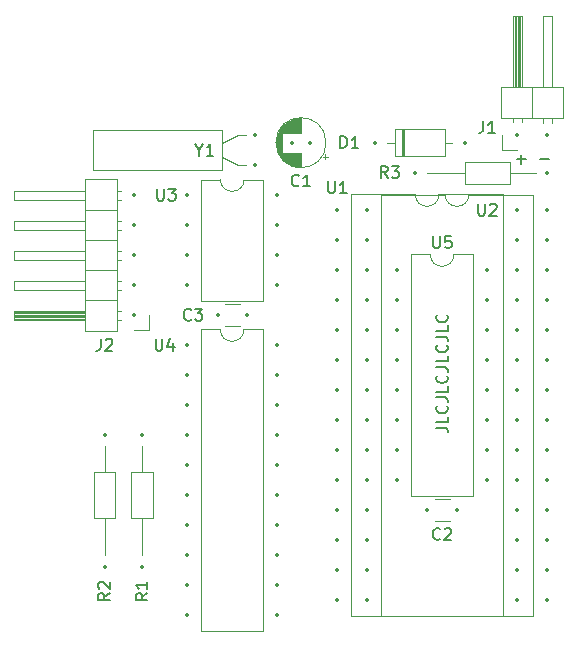
<source format=gto>
%TF.GenerationSoftware,KiCad,Pcbnew,8.0.8+1*%
%TF.CreationDate,2025-02-23T13:51:28+01:00*%
%TF.ProjectId,QL_Minerva_MK2,514c5f4d-696e-4657-9276-615f4d4b322e,0.0*%
%TF.SameCoordinates,Original*%
%TF.FileFunction,Legend,Top*%
%TF.FilePolarity,Positive*%
%FSLAX46Y46*%
G04 Gerber Fmt 4.6, Leading zero omitted, Abs format (unit mm)*
G04 Created by KiCad (PCBNEW 8.0.8+1) date 2025-02-23 13:51:28*
%MOMM*%
%LPD*%
G01*
G04 APERTURE LIST*
%ADD10C,0.150000*%
%ADD11C,0.120000*%
%ADD12C,0.350000*%
G04 APERTURE END LIST*
D10*
X87769819Y-83197506D02*
X88484104Y-83197506D01*
X88484104Y-83197506D02*
X88626961Y-83245125D01*
X88626961Y-83245125D02*
X88722200Y-83340363D01*
X88722200Y-83340363D02*
X88769819Y-83483220D01*
X88769819Y-83483220D02*
X88769819Y-83578458D01*
X88769819Y-82245125D02*
X88769819Y-82721315D01*
X88769819Y-82721315D02*
X87769819Y-82721315D01*
X88674580Y-81340363D02*
X88722200Y-81387982D01*
X88722200Y-81387982D02*
X88769819Y-81530839D01*
X88769819Y-81530839D02*
X88769819Y-81626077D01*
X88769819Y-81626077D02*
X88722200Y-81768934D01*
X88722200Y-81768934D02*
X88626961Y-81864172D01*
X88626961Y-81864172D02*
X88531723Y-81911791D01*
X88531723Y-81911791D02*
X88341247Y-81959410D01*
X88341247Y-81959410D02*
X88198390Y-81959410D01*
X88198390Y-81959410D02*
X88007914Y-81911791D01*
X88007914Y-81911791D02*
X87912676Y-81864172D01*
X87912676Y-81864172D02*
X87817438Y-81768934D01*
X87817438Y-81768934D02*
X87769819Y-81626077D01*
X87769819Y-81626077D02*
X87769819Y-81530839D01*
X87769819Y-81530839D02*
X87817438Y-81387982D01*
X87817438Y-81387982D02*
X87865057Y-81340363D01*
X87769819Y-80626077D02*
X88484104Y-80626077D01*
X88484104Y-80626077D02*
X88626961Y-80673696D01*
X88626961Y-80673696D02*
X88722200Y-80768934D01*
X88722200Y-80768934D02*
X88769819Y-80911791D01*
X88769819Y-80911791D02*
X88769819Y-81007029D01*
X88769819Y-79673696D02*
X88769819Y-80149886D01*
X88769819Y-80149886D02*
X87769819Y-80149886D01*
X88674580Y-78768934D02*
X88722200Y-78816553D01*
X88722200Y-78816553D02*
X88769819Y-78959410D01*
X88769819Y-78959410D02*
X88769819Y-79054648D01*
X88769819Y-79054648D02*
X88722200Y-79197505D01*
X88722200Y-79197505D02*
X88626961Y-79292743D01*
X88626961Y-79292743D02*
X88531723Y-79340362D01*
X88531723Y-79340362D02*
X88341247Y-79387981D01*
X88341247Y-79387981D02*
X88198390Y-79387981D01*
X88198390Y-79387981D02*
X88007914Y-79340362D01*
X88007914Y-79340362D02*
X87912676Y-79292743D01*
X87912676Y-79292743D02*
X87817438Y-79197505D01*
X87817438Y-79197505D02*
X87769819Y-79054648D01*
X87769819Y-79054648D02*
X87769819Y-78959410D01*
X87769819Y-78959410D02*
X87817438Y-78816553D01*
X87817438Y-78816553D02*
X87865057Y-78768934D01*
X87769819Y-78054648D02*
X88484104Y-78054648D01*
X88484104Y-78054648D02*
X88626961Y-78102267D01*
X88626961Y-78102267D02*
X88722200Y-78197505D01*
X88722200Y-78197505D02*
X88769819Y-78340362D01*
X88769819Y-78340362D02*
X88769819Y-78435600D01*
X88769819Y-77102267D02*
X88769819Y-77578457D01*
X88769819Y-77578457D02*
X87769819Y-77578457D01*
X88674580Y-76197505D02*
X88722200Y-76245124D01*
X88722200Y-76245124D02*
X88769819Y-76387981D01*
X88769819Y-76387981D02*
X88769819Y-76483219D01*
X88769819Y-76483219D02*
X88722200Y-76626076D01*
X88722200Y-76626076D02*
X88626961Y-76721314D01*
X88626961Y-76721314D02*
X88531723Y-76768933D01*
X88531723Y-76768933D02*
X88341247Y-76816552D01*
X88341247Y-76816552D02*
X88198390Y-76816552D01*
X88198390Y-76816552D02*
X88007914Y-76768933D01*
X88007914Y-76768933D02*
X87912676Y-76721314D01*
X87912676Y-76721314D02*
X87817438Y-76626076D01*
X87817438Y-76626076D02*
X87769819Y-76483219D01*
X87769819Y-76483219D02*
X87769819Y-76387981D01*
X87769819Y-76387981D02*
X87817438Y-76245124D01*
X87817438Y-76245124D02*
X87865057Y-76197505D01*
X87769819Y-75483219D02*
X88484104Y-75483219D01*
X88484104Y-75483219D02*
X88626961Y-75530838D01*
X88626961Y-75530838D02*
X88722200Y-75626076D01*
X88722200Y-75626076D02*
X88769819Y-75768933D01*
X88769819Y-75768933D02*
X88769819Y-75864171D01*
X88769819Y-74530838D02*
X88769819Y-75007028D01*
X88769819Y-75007028D02*
X87769819Y-75007028D01*
X88674580Y-73626076D02*
X88722200Y-73673695D01*
X88722200Y-73673695D02*
X88769819Y-73816552D01*
X88769819Y-73816552D02*
X88769819Y-73911790D01*
X88769819Y-73911790D02*
X88722200Y-74054647D01*
X88722200Y-74054647D02*
X88626961Y-74149885D01*
X88626961Y-74149885D02*
X88531723Y-74197504D01*
X88531723Y-74197504D02*
X88341247Y-74245123D01*
X88341247Y-74245123D02*
X88198390Y-74245123D01*
X88198390Y-74245123D02*
X88007914Y-74197504D01*
X88007914Y-74197504D02*
X87912676Y-74149885D01*
X87912676Y-74149885D02*
X87817438Y-74054647D01*
X87817438Y-74054647D02*
X87769819Y-73911790D01*
X87769819Y-73911790D02*
X87769819Y-73816552D01*
X87769819Y-73816552D02*
X87817438Y-73673695D01*
X87817438Y-73673695D02*
X87865057Y-73626076D01*
X94570779Y-60448866D02*
X95332684Y-60448866D01*
X94951731Y-60829819D02*
X94951731Y-60067914D01*
X96570779Y-60448866D02*
X97332684Y-60448866D01*
X79652905Y-59509819D02*
X79652905Y-58509819D01*
X79652905Y-58509819D02*
X79891000Y-58509819D01*
X79891000Y-58509819D02*
X80033857Y-58557438D01*
X80033857Y-58557438D02*
X80129095Y-58652676D01*
X80129095Y-58652676D02*
X80176714Y-58747914D01*
X80176714Y-58747914D02*
X80224333Y-58938390D01*
X80224333Y-58938390D02*
X80224333Y-59081247D01*
X80224333Y-59081247D02*
X80176714Y-59271723D01*
X80176714Y-59271723D02*
X80129095Y-59366961D01*
X80129095Y-59366961D02*
X80033857Y-59462200D01*
X80033857Y-59462200D02*
X79891000Y-59509819D01*
X79891000Y-59509819D02*
X79652905Y-59509819D01*
X81176714Y-59509819D02*
X80605286Y-59509819D01*
X80891000Y-59509819D02*
X80891000Y-58509819D01*
X80891000Y-58509819D02*
X80795762Y-58652676D01*
X80795762Y-58652676D02*
X80700524Y-58747914D01*
X80700524Y-58747914D02*
X80605286Y-58795533D01*
X67016333Y-74019580D02*
X66968714Y-74067200D01*
X66968714Y-74067200D02*
X66825857Y-74114819D01*
X66825857Y-74114819D02*
X66730619Y-74114819D01*
X66730619Y-74114819D02*
X66587762Y-74067200D01*
X66587762Y-74067200D02*
X66492524Y-73971961D01*
X66492524Y-73971961D02*
X66444905Y-73876723D01*
X66444905Y-73876723D02*
X66397286Y-73686247D01*
X66397286Y-73686247D02*
X66397286Y-73543390D01*
X66397286Y-73543390D02*
X66444905Y-73352914D01*
X66444905Y-73352914D02*
X66492524Y-73257676D01*
X66492524Y-73257676D02*
X66587762Y-73162438D01*
X66587762Y-73162438D02*
X66730619Y-73114819D01*
X66730619Y-73114819D02*
X66825857Y-73114819D01*
X66825857Y-73114819D02*
X66968714Y-73162438D01*
X66968714Y-73162438D02*
X67016333Y-73210057D01*
X67349667Y-73114819D02*
X67968714Y-73114819D01*
X67968714Y-73114819D02*
X67635381Y-73495771D01*
X67635381Y-73495771D02*
X67778238Y-73495771D01*
X67778238Y-73495771D02*
X67873476Y-73543390D01*
X67873476Y-73543390D02*
X67921095Y-73591009D01*
X67921095Y-73591009D02*
X67968714Y-73686247D01*
X67968714Y-73686247D02*
X67968714Y-73924342D01*
X67968714Y-73924342D02*
X67921095Y-74019580D01*
X67921095Y-74019580D02*
X67873476Y-74067200D01*
X67873476Y-74067200D02*
X67778238Y-74114819D01*
X67778238Y-74114819D02*
X67492524Y-74114819D01*
X67492524Y-74114819D02*
X67397286Y-74067200D01*
X67397286Y-74067200D02*
X67349667Y-74019580D01*
X67703809Y-59668628D02*
X67703809Y-60144819D01*
X67370476Y-59144819D02*
X67703809Y-59668628D01*
X67703809Y-59668628D02*
X68037142Y-59144819D01*
X68894285Y-60144819D02*
X68322857Y-60144819D01*
X68608571Y-60144819D02*
X68608571Y-59144819D01*
X68608571Y-59144819D02*
X68513333Y-59287676D01*
X68513333Y-59287676D02*
X68418095Y-59382914D01*
X68418095Y-59382914D02*
X68322857Y-59430533D01*
X64008095Y-75654819D02*
X64008095Y-76464342D01*
X64008095Y-76464342D02*
X64055714Y-76559580D01*
X64055714Y-76559580D02*
X64103333Y-76607200D01*
X64103333Y-76607200D02*
X64198571Y-76654819D01*
X64198571Y-76654819D02*
X64389047Y-76654819D01*
X64389047Y-76654819D02*
X64484285Y-76607200D01*
X64484285Y-76607200D02*
X64531904Y-76559580D01*
X64531904Y-76559580D02*
X64579523Y-76464342D01*
X64579523Y-76464342D02*
X64579523Y-75654819D01*
X65484285Y-75988152D02*
X65484285Y-76654819D01*
X65246190Y-75607200D02*
X65008095Y-76321485D01*
X65008095Y-76321485D02*
X65627142Y-76321485D01*
X59356666Y-75654819D02*
X59356666Y-76369104D01*
X59356666Y-76369104D02*
X59309047Y-76511961D01*
X59309047Y-76511961D02*
X59213809Y-76607200D01*
X59213809Y-76607200D02*
X59070952Y-76654819D01*
X59070952Y-76654819D02*
X58975714Y-76654819D01*
X59785238Y-75750057D02*
X59832857Y-75702438D01*
X59832857Y-75702438D02*
X59928095Y-75654819D01*
X59928095Y-75654819D02*
X60166190Y-75654819D01*
X60166190Y-75654819D02*
X60261428Y-75702438D01*
X60261428Y-75702438D02*
X60309047Y-75750057D01*
X60309047Y-75750057D02*
X60356666Y-75845295D01*
X60356666Y-75845295D02*
X60356666Y-75940533D01*
X60356666Y-75940533D02*
X60309047Y-76083390D01*
X60309047Y-76083390D02*
X59737619Y-76654819D01*
X59737619Y-76654819D02*
X60356666Y-76654819D01*
X91313095Y-64224819D02*
X91313095Y-65034342D01*
X91313095Y-65034342D02*
X91360714Y-65129580D01*
X91360714Y-65129580D02*
X91408333Y-65177200D01*
X91408333Y-65177200D02*
X91503571Y-65224819D01*
X91503571Y-65224819D02*
X91694047Y-65224819D01*
X91694047Y-65224819D02*
X91789285Y-65177200D01*
X91789285Y-65177200D02*
X91836904Y-65129580D01*
X91836904Y-65129580D02*
X91884523Y-65034342D01*
X91884523Y-65034342D02*
X91884523Y-64224819D01*
X92313095Y-64320057D02*
X92360714Y-64272438D01*
X92360714Y-64272438D02*
X92455952Y-64224819D01*
X92455952Y-64224819D02*
X92694047Y-64224819D01*
X92694047Y-64224819D02*
X92789285Y-64272438D01*
X92789285Y-64272438D02*
X92836904Y-64320057D01*
X92836904Y-64320057D02*
X92884523Y-64415295D01*
X92884523Y-64415295D02*
X92884523Y-64510533D01*
X92884523Y-64510533D02*
X92836904Y-64653390D01*
X92836904Y-64653390D02*
X92265476Y-65224819D01*
X92265476Y-65224819D02*
X92884523Y-65224819D01*
X87503095Y-66974819D02*
X87503095Y-67784342D01*
X87503095Y-67784342D02*
X87550714Y-67879580D01*
X87550714Y-67879580D02*
X87598333Y-67927200D01*
X87598333Y-67927200D02*
X87693571Y-67974819D01*
X87693571Y-67974819D02*
X87884047Y-67974819D01*
X87884047Y-67974819D02*
X87979285Y-67927200D01*
X87979285Y-67927200D02*
X88026904Y-67879580D01*
X88026904Y-67879580D02*
X88074523Y-67784342D01*
X88074523Y-67784342D02*
X88074523Y-66974819D01*
X89026904Y-66974819D02*
X88550714Y-66974819D01*
X88550714Y-66974819D02*
X88503095Y-67451009D01*
X88503095Y-67451009D02*
X88550714Y-67403390D01*
X88550714Y-67403390D02*
X88645952Y-67355771D01*
X88645952Y-67355771D02*
X88884047Y-67355771D01*
X88884047Y-67355771D02*
X88979285Y-67403390D01*
X88979285Y-67403390D02*
X89026904Y-67451009D01*
X89026904Y-67451009D02*
X89074523Y-67546247D01*
X89074523Y-67546247D02*
X89074523Y-67784342D01*
X89074523Y-67784342D02*
X89026904Y-67879580D01*
X89026904Y-67879580D02*
X88979285Y-67927200D01*
X88979285Y-67927200D02*
X88884047Y-67974819D01*
X88884047Y-67974819D02*
X88645952Y-67974819D01*
X88645952Y-67974819D02*
X88550714Y-67927200D01*
X88550714Y-67927200D02*
X88503095Y-67879580D01*
X91741666Y-57239819D02*
X91741666Y-57954104D01*
X91741666Y-57954104D02*
X91694047Y-58096961D01*
X91694047Y-58096961D02*
X91598809Y-58192200D01*
X91598809Y-58192200D02*
X91455952Y-58239819D01*
X91455952Y-58239819D02*
X91360714Y-58239819D01*
X92741666Y-58239819D02*
X92170238Y-58239819D01*
X92455952Y-58239819D02*
X92455952Y-57239819D01*
X92455952Y-57239819D02*
X92360714Y-57382676D01*
X92360714Y-57382676D02*
X92265476Y-57477914D01*
X92265476Y-57477914D02*
X92170238Y-57525533D01*
X64135095Y-62954819D02*
X64135095Y-63764342D01*
X64135095Y-63764342D02*
X64182714Y-63859580D01*
X64182714Y-63859580D02*
X64230333Y-63907200D01*
X64230333Y-63907200D02*
X64325571Y-63954819D01*
X64325571Y-63954819D02*
X64516047Y-63954819D01*
X64516047Y-63954819D02*
X64611285Y-63907200D01*
X64611285Y-63907200D02*
X64658904Y-63859580D01*
X64658904Y-63859580D02*
X64706523Y-63764342D01*
X64706523Y-63764342D02*
X64706523Y-62954819D01*
X65087476Y-62954819D02*
X65706523Y-62954819D01*
X65706523Y-62954819D02*
X65373190Y-63335771D01*
X65373190Y-63335771D02*
X65516047Y-63335771D01*
X65516047Y-63335771D02*
X65611285Y-63383390D01*
X65611285Y-63383390D02*
X65658904Y-63431009D01*
X65658904Y-63431009D02*
X65706523Y-63526247D01*
X65706523Y-63526247D02*
X65706523Y-63764342D01*
X65706523Y-63764342D02*
X65658904Y-63859580D01*
X65658904Y-63859580D02*
X65611285Y-63907200D01*
X65611285Y-63907200D02*
X65516047Y-63954819D01*
X65516047Y-63954819D02*
X65230333Y-63954819D01*
X65230333Y-63954819D02*
X65135095Y-63907200D01*
X65135095Y-63907200D02*
X65087476Y-63859580D01*
X78613095Y-62319819D02*
X78613095Y-63129342D01*
X78613095Y-63129342D02*
X78660714Y-63224580D01*
X78660714Y-63224580D02*
X78708333Y-63272200D01*
X78708333Y-63272200D02*
X78803571Y-63319819D01*
X78803571Y-63319819D02*
X78994047Y-63319819D01*
X78994047Y-63319819D02*
X79089285Y-63272200D01*
X79089285Y-63272200D02*
X79136904Y-63224580D01*
X79136904Y-63224580D02*
X79184523Y-63129342D01*
X79184523Y-63129342D02*
X79184523Y-62319819D01*
X80184523Y-63319819D02*
X79613095Y-63319819D01*
X79898809Y-63319819D02*
X79898809Y-62319819D01*
X79898809Y-62319819D02*
X79803571Y-62462676D01*
X79803571Y-62462676D02*
X79708333Y-62557914D01*
X79708333Y-62557914D02*
X79613095Y-62605533D01*
X60144819Y-97194666D02*
X59668628Y-97527999D01*
X60144819Y-97766094D02*
X59144819Y-97766094D01*
X59144819Y-97766094D02*
X59144819Y-97385142D01*
X59144819Y-97385142D02*
X59192438Y-97289904D01*
X59192438Y-97289904D02*
X59240057Y-97242285D01*
X59240057Y-97242285D02*
X59335295Y-97194666D01*
X59335295Y-97194666D02*
X59478152Y-97194666D01*
X59478152Y-97194666D02*
X59573390Y-97242285D01*
X59573390Y-97242285D02*
X59621009Y-97289904D01*
X59621009Y-97289904D02*
X59668628Y-97385142D01*
X59668628Y-97385142D02*
X59668628Y-97766094D01*
X59240057Y-96813713D02*
X59192438Y-96766094D01*
X59192438Y-96766094D02*
X59144819Y-96670856D01*
X59144819Y-96670856D02*
X59144819Y-96432761D01*
X59144819Y-96432761D02*
X59192438Y-96337523D01*
X59192438Y-96337523D02*
X59240057Y-96289904D01*
X59240057Y-96289904D02*
X59335295Y-96242285D01*
X59335295Y-96242285D02*
X59430533Y-96242285D01*
X59430533Y-96242285D02*
X59573390Y-96289904D01*
X59573390Y-96289904D02*
X60144819Y-96861332D01*
X60144819Y-96861332D02*
X60144819Y-96242285D01*
X88098333Y-92579580D02*
X88050714Y-92627200D01*
X88050714Y-92627200D02*
X87907857Y-92674819D01*
X87907857Y-92674819D02*
X87812619Y-92674819D01*
X87812619Y-92674819D02*
X87669762Y-92627200D01*
X87669762Y-92627200D02*
X87574524Y-92531961D01*
X87574524Y-92531961D02*
X87526905Y-92436723D01*
X87526905Y-92436723D02*
X87479286Y-92246247D01*
X87479286Y-92246247D02*
X87479286Y-92103390D01*
X87479286Y-92103390D02*
X87526905Y-91912914D01*
X87526905Y-91912914D02*
X87574524Y-91817676D01*
X87574524Y-91817676D02*
X87669762Y-91722438D01*
X87669762Y-91722438D02*
X87812619Y-91674819D01*
X87812619Y-91674819D02*
X87907857Y-91674819D01*
X87907857Y-91674819D02*
X88050714Y-91722438D01*
X88050714Y-91722438D02*
X88098333Y-91770057D01*
X88479286Y-91770057D02*
X88526905Y-91722438D01*
X88526905Y-91722438D02*
X88622143Y-91674819D01*
X88622143Y-91674819D02*
X88860238Y-91674819D01*
X88860238Y-91674819D02*
X88955476Y-91722438D01*
X88955476Y-91722438D02*
X89003095Y-91770057D01*
X89003095Y-91770057D02*
X89050714Y-91865295D01*
X89050714Y-91865295D02*
X89050714Y-91960533D01*
X89050714Y-91960533D02*
X89003095Y-92103390D01*
X89003095Y-92103390D02*
X88431667Y-92674819D01*
X88431667Y-92674819D02*
X89050714Y-92674819D01*
X63319819Y-97194666D02*
X62843628Y-97527999D01*
X63319819Y-97766094D02*
X62319819Y-97766094D01*
X62319819Y-97766094D02*
X62319819Y-97385142D01*
X62319819Y-97385142D02*
X62367438Y-97289904D01*
X62367438Y-97289904D02*
X62415057Y-97242285D01*
X62415057Y-97242285D02*
X62510295Y-97194666D01*
X62510295Y-97194666D02*
X62653152Y-97194666D01*
X62653152Y-97194666D02*
X62748390Y-97242285D01*
X62748390Y-97242285D02*
X62796009Y-97289904D01*
X62796009Y-97289904D02*
X62843628Y-97385142D01*
X62843628Y-97385142D02*
X62843628Y-97766094D01*
X63319819Y-96242285D02*
X63319819Y-96813713D01*
X63319819Y-96527999D02*
X62319819Y-96527999D01*
X62319819Y-96527999D02*
X62462676Y-96623237D01*
X62462676Y-96623237D02*
X62557914Y-96718475D01*
X62557914Y-96718475D02*
X62605533Y-96813713D01*
X76148333Y-62664580D02*
X76100714Y-62712200D01*
X76100714Y-62712200D02*
X75957857Y-62759819D01*
X75957857Y-62759819D02*
X75862619Y-62759819D01*
X75862619Y-62759819D02*
X75719762Y-62712200D01*
X75719762Y-62712200D02*
X75624524Y-62616961D01*
X75624524Y-62616961D02*
X75576905Y-62521723D01*
X75576905Y-62521723D02*
X75529286Y-62331247D01*
X75529286Y-62331247D02*
X75529286Y-62188390D01*
X75529286Y-62188390D02*
X75576905Y-61997914D01*
X75576905Y-61997914D02*
X75624524Y-61902676D01*
X75624524Y-61902676D02*
X75719762Y-61807438D01*
X75719762Y-61807438D02*
X75862619Y-61759819D01*
X75862619Y-61759819D02*
X75957857Y-61759819D01*
X75957857Y-61759819D02*
X76100714Y-61807438D01*
X76100714Y-61807438D02*
X76148333Y-61855057D01*
X77100714Y-62759819D02*
X76529286Y-62759819D01*
X76815000Y-62759819D02*
X76815000Y-61759819D01*
X76815000Y-61759819D02*
X76719762Y-61902676D01*
X76719762Y-61902676D02*
X76624524Y-61997914D01*
X76624524Y-61997914D02*
X76529286Y-62045533D01*
X83653333Y-62049819D02*
X83320000Y-61573628D01*
X83081905Y-62049819D02*
X83081905Y-61049819D01*
X83081905Y-61049819D02*
X83462857Y-61049819D01*
X83462857Y-61049819D02*
X83558095Y-61097438D01*
X83558095Y-61097438D02*
X83605714Y-61145057D01*
X83605714Y-61145057D02*
X83653333Y-61240295D01*
X83653333Y-61240295D02*
X83653333Y-61383152D01*
X83653333Y-61383152D02*
X83605714Y-61478390D01*
X83605714Y-61478390D02*
X83558095Y-61526009D01*
X83558095Y-61526009D02*
X83462857Y-61573628D01*
X83462857Y-61573628D02*
X83081905Y-61573628D01*
X83986667Y-61049819D02*
X84605714Y-61049819D01*
X84605714Y-61049819D02*
X84272381Y-61430771D01*
X84272381Y-61430771D02*
X84415238Y-61430771D01*
X84415238Y-61430771D02*
X84510476Y-61478390D01*
X84510476Y-61478390D02*
X84558095Y-61526009D01*
X84558095Y-61526009D02*
X84605714Y-61621247D01*
X84605714Y-61621247D02*
X84605714Y-61859342D01*
X84605714Y-61859342D02*
X84558095Y-61954580D01*
X84558095Y-61954580D02*
X84510476Y-62002200D01*
X84510476Y-62002200D02*
X84415238Y-62049819D01*
X84415238Y-62049819D02*
X84129524Y-62049819D01*
X84129524Y-62049819D02*
X84034286Y-62002200D01*
X84034286Y-62002200D02*
X83986667Y-61954580D01*
D11*
%TO.C,D1*%
X83590000Y-59055000D02*
X84240000Y-59055000D01*
X84240000Y-57935000D02*
X84240000Y-60175000D01*
X84240000Y-60175000D02*
X88480000Y-60175000D01*
X84840000Y-57935000D02*
X84840000Y-60175000D01*
X84960000Y-57935000D02*
X84960000Y-60175000D01*
X85080000Y-57935000D02*
X85080000Y-60175000D01*
X88480000Y-57935000D02*
X84240000Y-57935000D01*
X88480000Y-60175000D02*
X88480000Y-57935000D01*
X89130000Y-59055000D02*
X88480000Y-59055000D01*
%TO.C,C3*%
X71134000Y-74580000D02*
X69876000Y-74580000D01*
X71134000Y-72740000D02*
X69876000Y-72740000D01*
%TO.C,Y1*%
X69590000Y-57960000D02*
X58690000Y-57960000D01*
X58690000Y-57960000D02*
X58690000Y-61360000D01*
X70990000Y-58390000D02*
X71690000Y-58390000D01*
X69590000Y-59060000D02*
X70990000Y-58390000D01*
X69590000Y-60260000D02*
X70990000Y-60930000D01*
X70990000Y-60930000D02*
X71690000Y-60930000D01*
X69590000Y-61360000D02*
X69590000Y-57960000D01*
X58690000Y-61360000D02*
X69590000Y-61360000D01*
%TO.C,U4*%
X67835000Y-74870000D02*
X67835000Y-100390000D01*
X67835000Y-100390000D02*
X73135000Y-100390000D01*
X69485000Y-74870000D02*
X67835000Y-74870000D01*
X73135000Y-74870000D02*
X71485000Y-74870000D01*
X73135000Y-100390000D02*
X73135000Y-74870000D01*
X71485000Y-74870000D02*
G75*
G02*
X69485000Y-74870000I-1000000J0D01*
G01*
%TO.C,J2*%
X63430000Y-74925000D02*
X62160000Y-74925000D01*
X63430000Y-73655000D02*
X63430000Y-74925000D01*
X61117071Y-71495000D02*
X60720000Y-71495000D01*
X61117071Y-70735000D02*
X60720000Y-70735000D01*
X61117071Y-68955000D02*
X60720000Y-68955000D01*
X61117071Y-68195000D02*
X60720000Y-68195000D01*
X61117071Y-66415000D02*
X60720000Y-66415000D01*
X61117071Y-65655000D02*
X60720000Y-65655000D01*
X61117071Y-63875000D02*
X60720000Y-63875000D01*
X61117071Y-63115000D02*
X60720000Y-63115000D01*
X61050000Y-74035000D02*
X60720000Y-74035000D01*
X61050000Y-73275000D02*
X60720000Y-73275000D01*
X60720000Y-74985000D02*
X60720000Y-62165000D01*
X60720000Y-72385000D02*
X58060000Y-72385000D01*
X60720000Y-69845000D02*
X58060000Y-69845000D01*
X60720000Y-67305000D02*
X58060000Y-67305000D01*
X60720000Y-64765000D02*
X58060000Y-64765000D01*
X60720000Y-62165000D02*
X58060000Y-62165000D01*
X58060000Y-74985000D02*
X60720000Y-74985000D01*
X58060000Y-74035000D02*
X52060000Y-74035000D01*
X58060000Y-73975000D02*
X52060000Y-73975000D01*
X58060000Y-73855000D02*
X52060000Y-73855000D01*
X58060000Y-73735000D02*
X52060000Y-73735000D01*
X58060000Y-73615000D02*
X52060000Y-73615000D01*
X58060000Y-73495000D02*
X52060000Y-73495000D01*
X58060000Y-73375000D02*
X52060000Y-73375000D01*
X58060000Y-71495000D02*
X52060000Y-71495000D01*
X58060000Y-68955000D02*
X52060000Y-68955000D01*
X58060000Y-66415000D02*
X52060000Y-66415000D01*
X58060000Y-63875000D02*
X52060000Y-63875000D01*
X58060000Y-62165000D02*
X58060000Y-74985000D01*
X52060000Y-74035000D02*
X52060000Y-73275000D01*
X52060000Y-73275000D02*
X58060000Y-73275000D01*
X52060000Y-71495000D02*
X52060000Y-70735000D01*
X52060000Y-70735000D02*
X58060000Y-70735000D01*
X52060000Y-68955000D02*
X52060000Y-68195000D01*
X52060000Y-68195000D02*
X58060000Y-68195000D01*
X52060000Y-66415000D02*
X52060000Y-65655000D01*
X52060000Y-65655000D02*
X58060000Y-65655000D01*
X52060000Y-63875000D02*
X52060000Y-63115000D01*
X52060000Y-63115000D02*
X58060000Y-63115000D01*
%TO.C,U2*%
X83070000Y-63450000D02*
X83070000Y-99130000D01*
X83070000Y-99130000D02*
X95990000Y-99130000D01*
X88530000Y-63450000D02*
X83070000Y-63450000D01*
X95990000Y-63450000D02*
X90530000Y-63450000D01*
X95990000Y-99130000D02*
X95990000Y-63450000D01*
X90530000Y-63450000D02*
G75*
G02*
X88530000Y-63450000I-1000000J0D01*
G01*
%TO.C,U5*%
X85615000Y-68520000D02*
X85615000Y-88960000D01*
X85615000Y-88960000D02*
X90915000Y-88960000D01*
X87265000Y-68520000D02*
X85615000Y-68520000D01*
X90915000Y-68520000D02*
X89265000Y-68520000D01*
X90915000Y-88960000D02*
X90915000Y-68520000D01*
X89265000Y-68520000D02*
G75*
G02*
X87265000Y-68520000I-1000000J0D01*
G01*
%TO.C,J1*%
X93345000Y-59690000D02*
X93345000Y-58420000D01*
X94615000Y-59690000D02*
X93345000Y-59690000D01*
X96775000Y-57377071D02*
X96775000Y-56980000D01*
X97535000Y-57377071D02*
X97535000Y-56980000D01*
X94235000Y-57310000D02*
X94235000Y-56980000D01*
X94995000Y-57310000D02*
X94995000Y-56980000D01*
X93285000Y-56980000D02*
X98485000Y-56980000D01*
X95885000Y-56980000D02*
X95885000Y-54320000D01*
X98485000Y-56980000D02*
X98485000Y-54320000D01*
X93285000Y-54320000D02*
X93285000Y-56980000D01*
X94235000Y-54320000D02*
X94235000Y-48320000D01*
X94295000Y-54320000D02*
X94295000Y-48320000D01*
X94415000Y-54320000D02*
X94415000Y-48320000D01*
X94535000Y-54320000D02*
X94535000Y-48320000D01*
X94655000Y-54320000D02*
X94655000Y-48320000D01*
X94775000Y-54320000D02*
X94775000Y-48320000D01*
X94895000Y-54320000D02*
X94895000Y-48320000D01*
X96775000Y-54320000D02*
X96775000Y-48320000D01*
X98485000Y-54320000D02*
X93285000Y-54320000D01*
X94235000Y-48320000D02*
X94995000Y-48320000D01*
X94995000Y-48320000D02*
X94995000Y-54320000D01*
X96775000Y-48320000D02*
X97535000Y-48320000D01*
X97535000Y-48320000D02*
X97535000Y-54320000D01*
%TO.C,U3*%
X67845000Y-62180000D02*
X67845000Y-72460000D01*
X67845000Y-72460000D02*
X73145000Y-72460000D01*
X69495000Y-62180000D02*
X67845000Y-62180000D01*
X73145000Y-62180000D02*
X71495000Y-62180000D01*
X73145000Y-72460000D02*
X73145000Y-62180000D01*
X71495000Y-62180000D02*
G75*
G02*
X69495000Y-62180000I-1000000J0D01*
G01*
%TO.C,U1*%
X80535000Y-63440000D02*
X80535000Y-99120000D01*
X80535000Y-99120000D02*
X93455000Y-99120000D01*
X85995000Y-63440000D02*
X80535000Y-63440000D01*
X93455000Y-63440000D02*
X87995000Y-63440000D01*
X93455000Y-99120000D02*
X93455000Y-63440000D01*
X87995000Y-63440000D02*
G75*
G02*
X85995000Y-63440000I-1000000J0D01*
G01*
%TO.C,R2*%
X59690000Y-93980000D02*
X59690000Y-90798000D01*
X58770000Y-90798000D02*
X60610000Y-90798000D01*
X60610000Y-90798000D02*
X60610000Y-86958000D01*
X58770000Y-86958000D02*
X58770000Y-90798000D01*
X60610000Y-86958000D02*
X58770000Y-86958000D01*
X59690000Y-84760000D02*
X59690000Y-86958000D01*
%TO.C,C2*%
X88894000Y-91090000D02*
X87636000Y-91090000D01*
X88894000Y-89250000D02*
X87636000Y-89250000D01*
%TO.C,R1*%
X62865000Y-93980000D02*
X62865000Y-90798000D01*
X61945000Y-90798000D02*
X63785000Y-90798000D01*
X63785000Y-90798000D02*
X63785000Y-86958000D01*
X61945000Y-86958000D02*
X61945000Y-90798000D01*
X63785000Y-86958000D02*
X61945000Y-86958000D01*
X62865000Y-84760000D02*
X62865000Y-86958000D01*
%TO.C,C1*%
X78584801Y-60250000D02*
X78184801Y-60250000D01*
X78384801Y-60450000D02*
X78384801Y-60050000D01*
X76315000Y-61135000D02*
X76315000Y-59895000D01*
X76315000Y-58215000D02*
X76315000Y-56975000D01*
X76275000Y-61135000D02*
X76275000Y-59895000D01*
X76275000Y-58215000D02*
X76275000Y-56975000D01*
X76235000Y-61134000D02*
X76235000Y-59895000D01*
X76235000Y-58215000D02*
X76235000Y-56976000D01*
X76195000Y-61132000D02*
X76195000Y-59895000D01*
X76195000Y-58215000D02*
X76195000Y-56978000D01*
X76155000Y-61129000D02*
X76155000Y-59895000D01*
X76155000Y-58215000D02*
X76155000Y-56981000D01*
X76115000Y-61126000D02*
X76115000Y-59895000D01*
X76115000Y-58215000D02*
X76115000Y-56984000D01*
X76075000Y-61122000D02*
X76075000Y-59895000D01*
X76075000Y-58215000D02*
X76075000Y-56988000D01*
X76035000Y-61117000D02*
X76035000Y-59895000D01*
X76035000Y-58215000D02*
X76035000Y-56993000D01*
X75995000Y-61111000D02*
X75995000Y-59895000D01*
X75995000Y-58215000D02*
X75995000Y-56999000D01*
X75955000Y-61105000D02*
X75955000Y-59895000D01*
X75955000Y-58215000D02*
X75955000Y-57005000D01*
X75915000Y-61097000D02*
X75915000Y-59895000D01*
X75915000Y-58215000D02*
X75915000Y-57013000D01*
X75875000Y-61089000D02*
X75875000Y-59895000D01*
X75875000Y-58215000D02*
X75875000Y-57021000D01*
X75835000Y-61080000D02*
X75835000Y-59895000D01*
X75835000Y-58215000D02*
X75835000Y-57030000D01*
X75795000Y-61071000D02*
X75795000Y-59895000D01*
X75795000Y-58215000D02*
X75795000Y-57039000D01*
X75755000Y-61060000D02*
X75755000Y-59895000D01*
X75755000Y-58215000D02*
X75755000Y-57050000D01*
X75715000Y-61049000D02*
X75715000Y-59895000D01*
X75715000Y-58215000D02*
X75715000Y-57061000D01*
X75675000Y-61037000D02*
X75675000Y-59895000D01*
X75675000Y-58215000D02*
X75675000Y-57073000D01*
X75635000Y-61023000D02*
X75635000Y-59895000D01*
X75635000Y-58215000D02*
X75635000Y-57087000D01*
X75594000Y-61009000D02*
X75594000Y-59895000D01*
X75594000Y-58215000D02*
X75594000Y-57101000D01*
X75554000Y-60995000D02*
X75554000Y-59895000D01*
X75554000Y-58215000D02*
X75554000Y-57115000D01*
X75514000Y-60979000D02*
X75514000Y-59895000D01*
X75514000Y-58215000D02*
X75514000Y-57131000D01*
X75474000Y-60962000D02*
X75474000Y-59895000D01*
X75474000Y-58215000D02*
X75474000Y-57148000D01*
X75434000Y-60944000D02*
X75434000Y-59895000D01*
X75434000Y-58215000D02*
X75434000Y-57166000D01*
X75394000Y-60925000D02*
X75394000Y-59895000D01*
X75394000Y-58215000D02*
X75394000Y-57185000D01*
X75354000Y-60906000D02*
X75354000Y-59895000D01*
X75354000Y-58215000D02*
X75354000Y-57204000D01*
X75314000Y-60885000D02*
X75314000Y-59895000D01*
X75314000Y-58215000D02*
X75314000Y-57225000D01*
X75274000Y-60863000D02*
X75274000Y-59895000D01*
X75274000Y-58215000D02*
X75274000Y-57247000D01*
X75234000Y-60840000D02*
X75234000Y-59895000D01*
X75234000Y-58215000D02*
X75234000Y-57270000D01*
X75194000Y-60815000D02*
X75194000Y-59895000D01*
X75194000Y-58215000D02*
X75194000Y-57295000D01*
X75154000Y-60790000D02*
X75154000Y-59895000D01*
X75154000Y-58215000D02*
X75154000Y-57320000D01*
X75114000Y-60763000D02*
X75114000Y-59895000D01*
X75114000Y-58215000D02*
X75114000Y-57347000D01*
X75074000Y-60735000D02*
X75074000Y-59895000D01*
X75074000Y-58215000D02*
X75074000Y-57375000D01*
X75034000Y-60705000D02*
X75034000Y-59895000D01*
X75034000Y-58215000D02*
X75034000Y-57405000D01*
X74994000Y-60674000D02*
X74994000Y-59895000D01*
X74994000Y-58215000D02*
X74994000Y-57436000D01*
X74954000Y-60642000D02*
X74954000Y-59895000D01*
X74954000Y-58215000D02*
X74954000Y-57468000D01*
X74914000Y-60607000D02*
X74914000Y-59895000D01*
X74914000Y-58215000D02*
X74914000Y-57503000D01*
X74874000Y-60571000D02*
X74874000Y-59895000D01*
X74874000Y-58215000D02*
X74874000Y-57539000D01*
X74834000Y-60533000D02*
X74834000Y-59895000D01*
X74834000Y-58215000D02*
X74834000Y-57577000D01*
X74794000Y-60493000D02*
X74794000Y-59895000D01*
X74794000Y-58215000D02*
X74794000Y-57617000D01*
X74754000Y-60451000D02*
X74754000Y-59895000D01*
X74754000Y-58215000D02*
X74754000Y-57659000D01*
X74714000Y-60406000D02*
X74714000Y-57704000D01*
X74674000Y-60359000D02*
X74674000Y-57751000D01*
X74634000Y-60309000D02*
X74634000Y-57801000D01*
X74594000Y-60255000D02*
X74594000Y-57855000D01*
X74554000Y-60197000D02*
X74554000Y-57913000D01*
X74514000Y-60135000D02*
X74514000Y-57975000D01*
X74474000Y-60068000D02*
X74474000Y-58042000D01*
X74434000Y-59995000D02*
X74434000Y-58115000D01*
X74394000Y-59914000D02*
X74394000Y-58196000D01*
X74354000Y-59823000D02*
X74354000Y-58287000D01*
X74314000Y-59719000D02*
X74314000Y-58391000D01*
X74274000Y-59592000D02*
X74274000Y-58518000D01*
X74234000Y-59425000D02*
X74234000Y-58685000D01*
X78435000Y-59055000D02*
G75*
G02*
X74195000Y-59055000I-2120000J0D01*
G01*
X74195000Y-59055000D02*
G75*
G02*
X78435000Y-59055000I2120000J0D01*
G01*
%TO.C,R3*%
X86995000Y-61595000D02*
X90177000Y-61595000D01*
X90177000Y-60675000D02*
X90177000Y-62515000D01*
X90177000Y-62515000D02*
X94017000Y-62515000D01*
X94017000Y-60675000D02*
X90177000Y-60675000D01*
X94017000Y-62515000D02*
X94017000Y-60675000D01*
X96215000Y-61595000D02*
X94017000Y-61595000D01*
%TD*%
D12*
X82550000Y-59055000D03*
X90170000Y-59055000D03*
X71755000Y-73660000D03*
X69255000Y-73660000D03*
X72390000Y-58390000D03*
X72390000Y-60930000D03*
X66675000Y-76200000D03*
X66675000Y-78740000D03*
X66675000Y-81280000D03*
X66675000Y-83820000D03*
X66675000Y-86360000D03*
X66675000Y-88900000D03*
X66675000Y-91440000D03*
X66675000Y-93980000D03*
X66675000Y-96520000D03*
X66675000Y-99060000D03*
X74295000Y-99060000D03*
X74295000Y-96520000D03*
X74295000Y-93980000D03*
X74295000Y-91440000D03*
X74295000Y-88900000D03*
X74295000Y-86360000D03*
X74295000Y-83820000D03*
X74295000Y-81280000D03*
X74295000Y-78740000D03*
X74295000Y-76200000D03*
X62160000Y-73655000D03*
X62160000Y-71115000D03*
X62160000Y-68575000D03*
X62160000Y-66035000D03*
X62160000Y-63495000D03*
X81910000Y-64780000D03*
X81910000Y-67320000D03*
X81910000Y-69860000D03*
X81910000Y-72400000D03*
X81910000Y-74940000D03*
X81910000Y-77480000D03*
X81910000Y-80020000D03*
X81910000Y-82560000D03*
X81910000Y-85100000D03*
X81910000Y-87640000D03*
X81910000Y-90180000D03*
X81910000Y-92720000D03*
X81910000Y-95260000D03*
X81910000Y-97800000D03*
X97150000Y-97800000D03*
X97150000Y-95260000D03*
X97150000Y-92720000D03*
X97150000Y-90180000D03*
X97150000Y-87640000D03*
X97150000Y-85100000D03*
X97150000Y-82560000D03*
X97150000Y-80020000D03*
X97150000Y-77480000D03*
X97150000Y-74940000D03*
X97150000Y-72400000D03*
X97150000Y-69860000D03*
X97150000Y-67320000D03*
X97150000Y-64780000D03*
X84455000Y-69850000D03*
X84455000Y-72390000D03*
X84455000Y-74930000D03*
X84455000Y-77470000D03*
X84455000Y-80010000D03*
X84455000Y-82550000D03*
X84455000Y-85090000D03*
X84455000Y-87630000D03*
X92075000Y-87630000D03*
X92075000Y-85090000D03*
X92075000Y-82550000D03*
X92075000Y-80010000D03*
X92075000Y-77470000D03*
X92075000Y-74930000D03*
X92075000Y-72390000D03*
X92075000Y-69850000D03*
X94615000Y-58420000D03*
X97155000Y-58420000D03*
X66685000Y-63510000D03*
X66685000Y-66050000D03*
X66685000Y-68590000D03*
X66685000Y-71130000D03*
X74305000Y-71130000D03*
X74305000Y-68590000D03*
X74305000Y-66050000D03*
X74305000Y-63510000D03*
X79375000Y-64770000D03*
X79375000Y-67310000D03*
X79375000Y-69850000D03*
X79375000Y-72390000D03*
X79375000Y-74930000D03*
X79375000Y-77470000D03*
X79375000Y-80010000D03*
X79375000Y-82550000D03*
X79375000Y-85090000D03*
X79375000Y-87630000D03*
X79375000Y-90170000D03*
X79375000Y-92710000D03*
X79375000Y-95250000D03*
X79375000Y-97790000D03*
X94615000Y-97790000D03*
X94615000Y-95250000D03*
X94615000Y-92710000D03*
X94615000Y-90170000D03*
X94615000Y-87630000D03*
X94615000Y-85090000D03*
X94615000Y-82550000D03*
X94615000Y-80010000D03*
X94615000Y-77470000D03*
X94615000Y-74930000D03*
X94615000Y-72390000D03*
X94615000Y-69850000D03*
X94615000Y-67310000D03*
X94615000Y-64770000D03*
X59690000Y-94996000D03*
X59690000Y-83820000D03*
X89515000Y-90170000D03*
X87015000Y-90170000D03*
X62865000Y-94996000D03*
X62865000Y-83820000D03*
X77065000Y-59055000D03*
X75565000Y-59055000D03*
X85979000Y-61595000D03*
X97155000Y-61595000D03*
M02*

</source>
